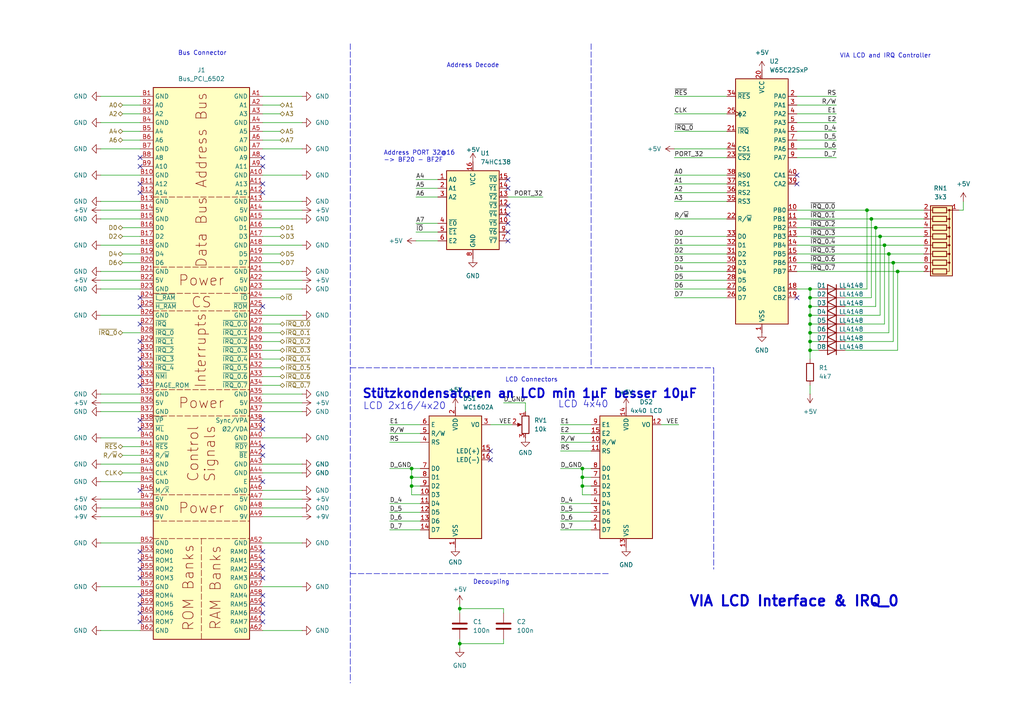
<source format=kicad_sch>
(kicad_sch (version 20231120) (generator "eeschema") (generator_version "8.0")
  (paper "A4")
  (title_block (title "S65xx Computer System") (date "2024-06-30") (rev "1.0") (company "Synthron"))
  (junction (at 168.91 138.43))
  (junction (at 119.38 138.43))
  (junction (at 234.95 88.9))
  (junction (at 133.35 176.53))
  (junction (at 234.95 83.82))
  (junction (at 168.91 135.89))
  (junction (at 234.95 86.36))
  (junction (at 234.95 101.6))
  (junction (at 168.91 140.97))
  (junction (at 257.81 73.66))
  (junction (at 254 66.04))
  (junction (at 234.95 99.06))
  (junction (at 251.46 60.96))
  (junction (at 119.38 140.97))
  (junction (at 133.35 186.69))
  (junction (at 260.35 78.74))
  (junction (at 255.27 68.58))
  (junction (at 259.08 76.2))
  (junction (at 234.95 91.44))
  (junction (at 252.73 63.5))
  (junction (at 234.95 96.52))
  (junction (at 256.54 71.12))
  (junction (at 119.38 135.89))
  (junction (at 234.95 93.98))
  (no_connect (at 76.2 160.02))
  (no_connect (at 76.2 175.26))
  (no_connect (at 76.2 165.1))
  (no_connect (at 40.64 111.76))
  (no_connect (at 40.64 55.88))
  (no_connect (at 40.64 101.6))
  (no_connect (at 76.2 55.88))
  (no_connect (at 231.14 86.36))
  (no_connect (at 76.2 53.34))
  (no_connect (at 40.64 160.02))
  (no_connect (at 40.64 53.34))
  (no_connect (at 40.64 167.64))
  (no_connect (at 40.64 109.22))
  (no_connect (at 147.32 67.31))
  (no_connect (at 76.2 121.92))
  (no_connect (at 40.64 45.72))
  (no_connect (at 76.2 45.72))
  (no_connect (at 40.64 121.92))
  (no_connect (at 231.14 53.34))
  (no_connect (at 76.2 48.26))
  (no_connect (at 76.2 132.08))
  (no_connect (at 40.64 175.26))
  (no_connect (at 40.64 93.98))
  (no_connect (at 142.24 133.35))
  (no_connect (at 147.32 69.85))
  (no_connect (at 40.64 86.36))
  (no_connect (at 40.64 104.14))
  (no_connect (at 76.2 162.56))
  (no_connect (at 231.14 50.8))
  (no_connect (at 40.64 88.9))
  (no_connect (at 76.2 124.46))
  (no_connect (at 147.32 59.69))
  (no_connect (at 40.64 48.26))
  (no_connect (at 147.32 64.77))
  (no_connect (at 76.2 88.9))
  (no_connect (at 76.2 172.72))
  (no_connect (at 76.2 139.7))
  (no_connect (at 147.32 62.23))
  (no_connect (at 40.64 142.24))
  (no_connect (at 76.2 180.34))
  (no_connect (at 40.64 180.34))
  (no_connect (at 40.64 162.56))
  (no_connect (at 40.64 165.1))
  (no_connect (at 76.2 129.54))
  (no_connect (at 40.64 124.46))
  (no_connect (at 40.64 172.72))
  (no_connect (at 147.32 54.61))
  (no_connect (at 40.64 177.8))
  (no_connect (at 142.24 130.81))
  (no_connect (at 147.32 52.07))
  (no_connect (at 40.64 106.68))
  (no_connect (at 76.2 177.8))
  (no_connect (at 76.2 167.64))
  (no_connect (at 40.64 99.06))
  (wire (pts (xy 113.03 146.05) (xy 121.92 146.05)))
  (wire (pts (xy 133.35 186.69) (xy 133.35 187.96)))
  (wire (pts (xy 267.97 73.66) (xy 257.81 73.66)))
  (wire (pts (xy 162.56 153.67) (xy 171.45 153.67)))
  (wire (pts (xy 87.63 78.74) (xy 76.2 78.74)))
  (wire (pts (xy 119.38 143.51) (xy 119.38 140.97)))
  (wire (pts (xy 35.56 76.2) (xy 40.64 76.2)))
  (wire (pts (xy 87.63 116.84) (xy 76.2 116.84)))
  (wire (pts (xy 260.35 78.74) (xy 231.14 78.74)))
  (wire (pts (xy 162.56 135.89) (xy 168.91 135.89)))
  (wire (pts (xy 81.28 99.06) (xy 76.2 99.06)))
  (wire (pts (xy 87.63 142.24) (xy 76.2 142.24)))
  (wire (pts (xy 162.56 146.05) (xy 171.45 146.05)))
  (wire (pts (xy 29.21 157.48) (xy 40.64 157.48)))
  (wire (pts (xy 81.28 68.58) (xy 76.2 68.58)))
  (wire (pts (xy 133.35 185.42) (xy 133.35 186.69)))
  (polyline (pts (xy 101.6 166.37) (xy 176.53 166.37)) (stroke (width 0) (type dash)))
  (wire (pts (xy 87.63 71.12) (xy 76.2 71.12)))
  (wire (pts (xy 168.91 138.43) (xy 171.45 138.43)))
  (wire (pts (xy 120.65 52.07) (xy 127 52.07)))
  (wire (pts (xy 168.91 143.51) (xy 171.45 143.51)))
  (wire (pts (xy 87.63 144.78) (xy 76.2 144.78)))
  (wire (pts (xy 81.28 86.36) (xy 76.2 86.36)))
  (wire (pts (xy 195.58 86.36) (xy 210.82 86.36)))
  (wire (pts (xy 267.97 60.96) (xy 251.46 60.96)))
  (wire (pts (xy 234.95 101.6) (xy 234.95 104.14)))
  (wire (pts (xy 252.73 86.36) (xy 252.73 63.5)))
  (wire (pts (xy 242.57 45.72) (xy 231.14 45.72)))
  (wire (pts (xy 267.97 78.74) (xy 260.35 78.74)))
  (wire (pts (xy 242.57 35.56) (xy 231.14 35.56)))
  (wire (pts (xy 162.56 151.13) (xy 171.45 151.13)))
  (wire (pts (xy 81.28 93.98) (xy 76.2 93.98)))
  (wire (pts (xy 81.28 30.48) (xy 76.2 30.48)))
  (wire (pts (xy 195.58 81.28) (xy 210.82 81.28)))
  (wire (pts (xy 81.28 111.76) (xy 76.2 111.76)))
  (wire (pts (xy 29.21 81.28) (xy 40.64 81.28)))
  (wire (pts (xy 113.03 148.59) (xy 121.92 148.59)))
  (wire (pts (xy 254 66.04) (xy 231.14 66.04)))
  (wire (pts (xy 245.11 101.6) (xy 260.35 101.6)))
  (wire (pts (xy 87.63 182.88) (xy 76.2 182.88)))
  (wire (pts (xy 35.56 96.52) (xy 40.64 96.52)))
  (wire (pts (xy 234.95 88.9) (xy 234.95 86.36)))
  (wire (pts (xy 234.95 91.44) (xy 234.95 88.9)))
  (wire (pts (xy 245.11 83.82) (xy 251.46 83.82)))
  (wire (pts (xy 256.54 93.98) (xy 256.54 71.12)))
  (wire (pts (xy 254 88.9) (xy 254 66.04)))
  (wire (pts (xy 195.58 71.12) (xy 210.82 71.12)))
  (wire (pts (xy 29.21 60.96) (xy 40.64 60.96)))
  (wire (pts (xy 195.58 45.72) (xy 210.82 45.72)))
  (wire (pts (xy 29.21 182.88) (xy 40.64 182.88)))
  (wire (pts (xy 87.63 149.86) (xy 76.2 149.86)))
  (wire (pts (xy 234.95 96.52) (xy 237.49 96.52)))
  (wire (pts (xy 251.46 60.96) (xy 231.14 60.96)))
  (wire (pts (xy 87.63 50.8) (xy 76.2 50.8)))
  (wire (pts (xy 120.65 54.61) (xy 127 54.61)))
  (wire (pts (xy 87.63 83.82) (xy 76.2 83.82)))
  (wire (pts (xy 113.03 151.13) (xy 121.92 151.13)))
  (wire (pts (xy 195.58 58.42) (xy 210.82 58.42)))
  (wire (pts (xy 257.81 73.66) (xy 231.14 73.66)))
  (wire (pts (xy 29.21 114.3) (xy 40.64 114.3)))
  (wire (pts (xy 35.56 129.54) (xy 40.64 129.54)))
  (wire (pts (xy 234.95 83.82) (xy 231.14 83.82)))
  (wire (pts (xy 120.65 57.15) (xy 127 57.15)))
  (wire (pts (xy 81.28 66.04) (xy 76.2 66.04)))
  (wire (pts (xy 245.11 91.44) (xy 255.27 91.44)))
  (wire (pts (xy 119.38 135.89) (xy 121.92 135.89)))
  (wire (pts (xy 168.91 135.89) (xy 171.45 135.89)))
  (wire (pts (xy 234.95 101.6) (xy 234.95 99.06)))
  (wire (pts (xy 35.56 38.1) (xy 40.64 38.1)))
  (wire (pts (xy 81.28 104.14) (xy 76.2 104.14)))
  (wire (pts (xy 234.95 83.82) (xy 237.49 83.82)))
  (wire (pts (xy 81.28 106.68) (xy 76.2 106.68)))
  (wire (pts (xy 146.05 186.69) (xy 133.35 186.69)))
  (wire (pts (xy 87.63 81.28) (xy 76.2 81.28)))
  (wire (pts (xy 81.28 40.64) (xy 76.2 40.64)))
  (wire (pts (xy 234.95 96.52) (xy 234.95 93.98)))
  (wire (pts (xy 234.95 93.98) (xy 237.49 93.98)))
  (wire (pts (xy 152.4 119.38) (xy 152.4 116.84)))
  (wire (pts (xy 195.58 78.74) (xy 210.82 78.74)))
  (wire (pts (xy 113.03 135.89) (xy 119.38 135.89)))
  (wire (pts (xy 87.63 63.5) (xy 76.2 63.5)))
  (wire (pts (xy 29.21 119.38) (xy 40.64 119.38)))
  (wire (pts (xy 87.63 157.48) (xy 76.2 157.48)))
  (wire (pts (xy 245.11 93.98) (xy 256.54 93.98)))
  (wire (pts (xy 35.56 30.48) (xy 40.64 30.48)))
  (wire (pts (xy 256.54 71.12) (xy 231.14 71.12)))
  (wire (pts (xy 242.57 30.48) (xy 231.14 30.48)))
  (wire (pts (xy 195.58 83.82) (xy 210.82 83.82)))
  (wire (pts (xy 29.21 35.56) (xy 40.64 35.56)))
  (wire (pts (xy 267.97 71.12) (xy 256.54 71.12)))
  (wire (pts (xy 168.91 140.97) (xy 168.91 138.43)))
  (wire (pts (xy 81.28 76.2) (xy 76.2 76.2)))
  (wire (pts (xy 35.56 40.64) (xy 40.64 40.64)))
  (wire (pts (xy 119.38 140.97) (xy 119.38 138.43)))
  (polyline (pts (xy 101.6 106.68) (xy 207.01 106.68)) (stroke (width 0) (type dash)))
  (wire (pts (xy 35.56 73.66) (xy 40.64 73.66)))
  (wire (pts (xy 195.58 55.88) (xy 210.82 55.88)))
  (wire (pts (xy 242.57 27.94) (xy 231.14 27.94)))
  (wire (pts (xy 87.63 27.94) (xy 76.2 27.94)))
  (wire (pts (xy 259.08 99.06) (xy 259.08 76.2)))
  (polyline (pts (xy 207.01 106.68) (xy 207.01 125.73)) (stroke (width 0) (type dash)))
  (wire (pts (xy 87.63 147.32) (xy 76.2 147.32)))
  (wire (pts (xy 119.38 140.97) (xy 121.92 140.97)))
  (wire (pts (xy 87.63 43.18) (xy 76.2 43.18)))
  (wire (pts (xy 195.58 38.1) (xy 210.82 38.1)))
  (wire (pts (xy 245.11 88.9) (xy 254 88.9)))
  (wire (pts (xy 119.38 138.43) (xy 119.38 135.89)))
  (wire (pts (xy 81.28 73.66) (xy 76.2 73.66)))
  (wire (pts (xy 29.21 144.78) (xy 40.64 144.78)))
  (wire (pts (xy 242.57 33.02) (xy 231.14 33.02)))
  (wire (pts (xy 162.56 123.19) (xy 171.45 123.19)))
  (wire (pts (xy 87.63 60.96) (xy 76.2 60.96)))
  (wire (pts (xy 81.28 101.6) (xy 76.2 101.6)))
  (wire (pts (xy 191.77 123.19) (xy 196.85 123.19)))
  (wire (pts (xy 162.56 125.73) (xy 171.45 125.73)))
  (wire (pts (xy 195.58 63.5) (xy 210.82 63.5)))
  (wire (pts (xy 168.91 140.97) (xy 171.45 140.97)))
  (wire (pts (xy 87.63 114.3) (xy 76.2 114.3)))
  (wire (pts (xy 35.56 66.04) (xy 40.64 66.04)))
  (wire (pts (xy 146.05 116.84) (xy 152.4 116.84)))
  (wire (pts (xy 29.21 116.84) (xy 40.64 116.84)))
  (wire (pts (xy 35.56 33.02) (xy 40.64 33.02)))
  (wire (pts (xy 29.21 139.7) (xy 40.64 139.7)))
  (wire (pts (xy 245.11 86.36) (xy 252.73 86.36)))
  (wire (pts (xy 119.38 143.51) (xy 121.92 143.51)))
  (wire (pts (xy 234.95 93.98) (xy 234.95 91.44)))
  (wire (pts (xy 242.57 43.18) (xy 231.14 43.18)))
  (wire (pts (xy 245.11 96.52) (xy 257.81 96.52)))
  (wire (pts (xy 120.65 64.77) (xy 127 64.77)))
  (wire (pts (xy 146.05 177.8) (xy 146.05 176.53)))
  (wire (pts (xy 29.21 91.44) (xy 40.64 91.44)))
  (wire (pts (xy 142.24 123.19) (xy 148.59 123.19)))
  (wire (pts (xy 87.63 35.56) (xy 76.2 35.56)))
  (wire (pts (xy 255.27 91.44) (xy 255.27 68.58)))
  (wire (pts (xy 237.49 101.6) (xy 234.95 101.6)))
  (wire (pts (xy 113.03 153.67) (xy 121.92 153.67)))
  (wire (pts (xy 81.28 38.1) (xy 76.2 38.1)))
  (wire (pts (xy 133.35 176.53) (xy 133.35 177.8)))
  (wire (pts (xy 162.56 148.59) (xy 171.45 148.59)))
  (wire (pts (xy 257.81 96.52) (xy 257.81 73.66)))
  (wire (pts (xy 279.4 60.96) (xy 278.13 60.96)))
  (wire (pts (xy 251.46 83.82) (xy 251.46 60.96)))
  (wire (pts (xy 35.56 68.58) (xy 40.64 68.58)))
  (wire (pts (xy 162.56 130.81) (xy 171.45 130.81)))
  (wire (pts (xy 168.91 138.43) (xy 168.91 135.89)))
  (wire (pts (xy 267.97 76.2) (xy 259.08 76.2)))
  (wire (pts (xy 195.58 43.18) (xy 210.82 43.18)))
  (wire (pts (xy 195.58 53.34) (xy 210.82 53.34)))
  (wire (pts (xy 29.21 170.18) (xy 40.64 170.18)))
  (wire (pts (xy 29.21 147.32) (xy 40.64 147.32)))
  (wire (pts (xy 146.05 176.53) (xy 133.35 176.53)))
  (wire (pts (xy 113.03 125.73) (xy 121.92 125.73)))
  (wire (pts (xy 195.58 50.8) (xy 210.82 50.8)))
  (wire (pts (xy 29.21 43.18) (xy 40.64 43.18)))
  (wire (pts (xy 29.21 63.5) (xy 40.64 63.5)))
  (wire (pts (xy 234.95 111.76) (xy 234.95 114.3)))
  (wire (pts (xy 195.58 73.66) (xy 210.82 73.66)))
  (wire (pts (xy 195.58 76.2) (xy 210.82 76.2)))
  (wire (pts (xy 234.95 86.36) (xy 234.95 83.82)))
  (wire (pts (xy 29.21 134.62) (xy 40.64 134.62)))
  (wire (pts (xy 195.58 27.94) (xy 210.82 27.94)))
  (polyline (pts (xy 207.01 125.73) (xy 207.01 165.1)) (stroke (width 0) (type dash)))
  (wire (pts (xy 113.03 128.27) (xy 121.92 128.27)))
  (wire (pts (xy 120.65 69.85) (xy 127 69.85)))
  (wire (pts (xy 87.63 91.44) (xy 76.2 91.44)))
  (wire (pts (xy 29.21 83.82) (xy 40.64 83.82)))
  (wire (pts (xy 87.63 119.38) (xy 76.2 119.38)))
  (wire (pts (xy 259.08 76.2) (xy 231.14 76.2)))
  (wire (pts (xy 267.97 66.04) (xy 254 66.04)))
  (wire (pts (xy 119.38 138.43) (xy 121.92 138.43)))
  (wire (pts (xy 260.35 101.6) (xy 260.35 78.74)))
  (wire (pts (xy 195.58 68.58) (xy 210.82 68.58)))
  (wire (pts (xy 234.95 99.06) (xy 234.95 96.52)))
  (wire (pts (xy 29.21 27.94) (xy 40.64 27.94)))
  (polyline (pts (xy 171.45 12.7) (xy 171.45 106.68)) (stroke (width 0) (type dash)))
  (wire (pts (xy 29.21 149.86) (xy 40.64 149.86)))
  (wire (pts (xy 29.21 58.42) (xy 40.64 58.42)))
  (wire (pts (xy 87.63 134.62) (xy 76.2 134.62)))
  (wire (pts (xy 113.03 123.19) (xy 121.92 123.19)))
  (wire (pts (xy 35.56 132.08) (xy 40.64 132.08)))
  (wire (pts (xy 255.27 68.58) (xy 231.14 68.58)))
  (wire (pts (xy 279.4 58.42) (xy 279.4 60.96)))
  (wire (pts (xy 245.11 99.06) (xy 259.08 99.06)))
  (wire (pts (xy 242.57 38.1) (xy 231.14 38.1)))
  (wire (pts (xy 162.56 128.27) (xy 171.45 128.27)))
  (wire (pts (xy 147.32 57.15) (xy 157.48 57.15)))
  (wire (pts (xy 146.05 185.42) (xy 146.05 186.69)))
  (wire (pts (xy 35.56 137.16) (xy 40.64 137.16)))
  (wire (pts (xy 87.63 137.16) (xy 76.2 137.16)))
  (wire (pts (xy 81.28 96.52) (xy 76.2 96.52)))
  (wire (pts (xy 87.63 58.42) (xy 76.2 58.42)))
  (wire (pts (xy 81.28 33.02) (xy 76.2 33.02)))
  (wire (pts (xy 267.97 63.5) (xy 252.73 63.5)))
  (wire (pts (xy 242.57 40.64) (xy 231.14 40.64)))
  (wire (pts (xy 234.95 88.9) (xy 237.49 88.9)))
  (wire (pts (xy 29.21 78.74) (xy 40.64 78.74)))
  (wire (pts (xy 81.28 109.22) (xy 76.2 109.22)))
  (wire (pts (xy 29.21 127) (xy 40.64 127)))
  (wire (pts (xy 195.58 33.02) (xy 210.82 33.02)))
  (wire (pts (xy 234.95 99.06) (xy 237.49 99.06)))
  (wire (pts (xy 168.91 143.51) (xy 168.91 140.97)))
  (wire (pts (xy 87.63 127) (xy 76.2 127)))
  (wire (pts (xy 252.73 63.5) (xy 231.14 63.5)))
  (wire (pts (xy 29.21 50.8) (xy 40.64 50.8)))
  (wire (pts (xy 29.21 71.12) (xy 40.64 71.12)))
  (wire (pts (xy 234.95 91.44) (xy 237.49 91.44)))
  (wire (pts (xy 87.63 170.18) (xy 76.2 170.18)))
  (wire (pts (xy 234.95 86.36) (xy 237.49 86.36)))
  (wire (pts (xy 267.97 68.58) (xy 255.27 68.58)))
  (wire (pts (xy 133.35 175.26) (xy 133.35 176.53)))
  (wire (pts (xy 120.65 67.31) (xy 127 67.31)))
  (polyline (pts (xy 101.6 12.7) (xy 101.6 198.12)) (stroke (width 0) (type dash)))
  (text "VIA LCD Interface & IRQ_0" (at 230.378 174.498 0) (effects (font (size 3 3) (thickness 0.6) (bold yes))))
  (text "LCD 4x40" (at 169.164 117.348 0) (effects (font (size 2 2))))
  (text "VIA LCD and IRQ Controller" (at 256.794 16.256 0) (effects (font (size 1.27 1.27))))
  (text "Decoupling" (at 142.494 168.91 0) (effects (font (size 1.27 1.27))))
  (text "LCD 2x16/4x20" (at 117.348 117.856 0) (effects (font (size 2 2))))
  (text "Bus Connector" (at 58.674 15.494 0) (effects (font (size 1.27 1.27))))
  (text "LCD Connectors" (at 154.178 110.236 0) (effects (font (size 1.27 1.27))))
  (text "Stützkondensatoren an LCD min 1µF besser 10µF" (at 153.67 114.3 0) (effects (font (size 2.54 2.54) (thickness 0.508) (bold yes))))
  (text "Address PORT 32@16 \n-> BF20 - BF2F" (at 111.252 45.466 0) (effects (font (size 1.27 1.27)) (justify left)))
  (text "Address Decode" (at 137.16 19.05 0) (effects (font (size 1.27 1.27))))
  (label "A7" (at 120.65 64.77 0))
  (label "R{slash}W" (at 242.57 30.48 180))
  (label "A3" (at 195.58 58.42 0))
  (label "VEE" (at 196.85 123.19 180))
  (label "D_4" (at 113.03 146.05 0))
  (label "R{slash}~{W}" (at 195.58 63.5 0))
  (label "D_5" (at 242.57 40.64 180))
  (label "~{IRQ_0.3}" (at 234.95 68.58 0))
  (label "RS" (at 162.56 130.81 0))
  (label "R{slash}W" (at 162.56 128.27 0))
  (label "CLK" (at 195.58 33.02 0))
  (label "D_GND" (at 146.05 116.84 0))
  (label "~{IRQ_0.7}" (at 234.95 78.74 0))
  (label "~{IRQ_0}" (at 195.58 38.1 0))
  (label "~{IRQ_0.0}" (at 234.95 60.96 0))
  (label "~{IRQ_0.6}" (at 234.95 76.2 0))
  (label "E1" (at 242.57 33.02 180))
  (label "D6" (at 195.58 83.82 0))
  (label "D0" (at 195.58 68.58 0))
  (label "D_6" (at 162.56 151.13 0))
  (label "D2" (at 195.58 73.66 0))
  (label "RS" (at 113.03 128.27 0))
  (label "D_6" (at 242.57 43.18 180))
  (label "D_5" (at 162.56 148.59 0))
  (label "D5" (at 195.58 81.28 0))
  (label "D_4" (at 242.57 38.1 180))
  (label "E2" (at 242.57 35.56 180))
  (label "E1" (at 162.56 123.19 0))
  (label "D_6" (at 113.03 151.13 0))
  (label "PORT_32" (at 157.48 57.15 180))
  (label "~{IRQ_0.5}" (at 234.95 73.66 0))
  (label "~{IRQ_0.1}" (at 234.95 63.5 0))
  (label "E2" (at 162.56 125.73 0))
  (label "A4" (at 120.65 52.07 0))
  (label "VEE" (at 144.78 123.19 0))
  (label "D3" (at 195.58 76.2 0))
  (label "A1" (at 195.58 53.34 0))
  (label "D_5" (at 113.03 148.59 0))
  (label "PORT_32" (at 195.58 45.72 0))
  (label "R{slash}W" (at 113.03 125.73 0))
  (label "A6" (at 120.65 57.15 0))
  (label "A5" (at 120.65 54.61 0))
  (label "D_7" (at 113.03 153.67 0))
  (label "A2" (at 195.58 55.88 0))
  (label "~{RES}" (at 195.58 27.94 0))
  (label "RS" (at 242.57 27.94 180))
  (label "D_7" (at 162.56 153.67 0))
  (label "D_GND" (at 113.03 135.89 0))
  (label "D_GND" (at 162.56 135.89 0))
  (label "D7" (at 195.58 86.36 0))
  (label "E1" (at 113.03 123.19 0))
  (label "D_4" (at 162.56 146.05 0))
  (label "A0" (at 195.58 50.8 0))
  (label "D4" (at 195.58 78.74 0))
  (label "D_7" (at 242.57 45.72 180))
  (label "D1" (at 195.58 71.12 0))
  (label "~{IRQ_0.4}" (at 234.95 71.12 0))
  (label "~{IRQ_0.2}" (at 234.95 66.04 0))
  (label "~{IO}" (at 120.65 67.31 0))
  (hierarchical_label "~{IRQ_0.5}" (shape bidirectional) (at 81.28 106.68 0))
  (hierarchical_label "A2" (shape bidirectional) (at 35.56 33.02 180))
  (hierarchical_label "A6" (shape bidirectional) (at 35.56 40.64 180))
  (hierarchical_label "~{IRQ_0.2}" (shape bidirectional) (at 81.28 99.06 0))
  (hierarchical_label "D3" (shape bidirectional) (at 81.28 68.58 0))
  (hierarchical_label "R{slash}~{W}" (shape bidirectional) (at 35.56 132.08 180))
  (hierarchical_label "A1" (shape bidirectional) (at 81.28 30.48 0))
  (hierarchical_label "~{IRQ_0.7}" (shape bidirectional) (at 81.28 111.76 0))
  (hierarchical_label "~{IRQ_0.4}" (shape bidirectional) (at 81.28 104.14 0))
  (hierarchical_label "~{RES}" (shape bidirectional) (at 35.56 129.54 180))
  (hierarchical_label "D0" (shape bidirectional) (at 35.56 66.04 180))
  (hierarchical_label "~{IRQ_0.0}" (shape bidirectional) (at 81.28 93.98 0))
  (hierarchical_label "~{IRQ_0.6}" (shape bidirectional) (at 81.28 109.22 0))
  (hierarchical_label "~{IO}" (shape bidirectional) (at 81.28 86.36 0))
  (hierarchical_label "D2" (shape bidirectional) (at 35.56 68.58 180))
  (hierarchical_label "CLK" (shape bidirectional) (at 35.56 137.16 180))
  (hierarchical_label "A3" (shape bidirectional) (at 81.28 33.02 0))
  (hierarchical_label "~{IRQ_0.1}" (shape bidirectional) (at 81.28 96.52 0))
  (hierarchical_label "A5" (shape bidirectional) (at 81.28 38.1 0))
  (hierarchical_label "~{IRQ_0}" (shape bidirectional) (at 35.56 96.52 180))
  (hierarchical_label "A4" (shape bidirectional) (at 35.56 38.1 180))
  (hierarchical_label "~{IRQ_0.3}" (shape bidirectional) (at 81.28 101.6 0))
  (hierarchical_label "D1" (shape bidirectional) (at 81.28 66.04 0))
  (hierarchical_label "A0" (shape bidirectional) (at 35.56 30.48 180))
  (hierarchical_label "D7" (shape bidirectional) (at 81.28 76.2 0))
  (hierarchical_label "D4" (shape bidirectional) (at 35.56 73.66 180))
  (hierarchical_label "A7" (shape bidirectional) (at 81.28 40.64 0))
  (hierarchical_label "D6" (shape bidirectional) (at 35.56 76.2 180))
  (hierarchical_label "D5" (shape bidirectional) (at 81.28 73.66 0))
  (symbol (lib_id "power:GND") (at 29.21 139.7 270) (unit 1)
    (property "Reference" "#PWR047" (effects (hide yes)))
    (property "Value" "GND" (at 25.4 139.6999 90) (effects (justify right)))
    (property "Description" "Power symbol creates a global label with name \"GND\" , ground" (effects (hide yes)))
  )
  (symbol (lib_id "Diode:LL4148") (at 241.3 91.44 0) (mirror y) (unit 1)
    (property "Reference" "D4" (at 238.252 90.424 0))
    (property "Value" "LL4148" (at 246.888 90.424 0))
    (property "Footprint" "Diode_SMD:D_MiniMELF" (effects (hide yes)))
    (property "Datasheet" "http://www.vishay.com/docs/85557/ll4148.pdf" (effects (hide yes)))
    (property "Description" "100V 0.15A standard switching diode, MiniMELF" (effects (hide yes)))
    (property "Sim.Device" "D" (effects (hide yes)))
    (property "Sim.Pins" "1=K 2=A" (effects (hide yes)))
  )
  (symbol (lib_id "Diode:LL4148") (at 241.3 99.06 0) (mirror y) (unit 1)
    (property "Reference" "D7" (at 238.252 98.044 0))
    (property "Value" "LL4148" (at 246.888 98.044 0))
    (property "Footprint" "Diode_SMD:D_MiniMELF" (effects (hide yes)))
    (property "Datasheet" "http://www.vishay.com/docs/85557/ll4148.pdf" (effects (hide yes)))
    (property "Description" "100V 0.15A standard switching diode, MiniMELF" (effects (hide yes)))
    (property "Sim.Device" "D" (effects (hide yes)))
    (property "Sim.Pins" "1=K 2=A" (effects (hide yes)))
  )
  (symbol (lib_id "power:+5V") (at 87.63 144.78 270) (mirror x) (unit 1)
    (property "Reference" "#PWR051" (effects (hide yes)))
    (property "Value" "+5V" (at 91.44 144.7799 90) (effects (justify left)))
    (property "Description" "Power symbol creates a global label with name \"+5V\"" (effects (hide yes)))
  )
  (symbol (lib_id "power:GND") (at 87.63 43.18 90) (mirror x) (unit 1)
    (property "Reference" "#PWR08" (effects (hide yes)))
    (property "Value" "GND" (at 91.44 43.1799 90) (effects (justify right)))
    (property "Description" "Power symbol creates a global label with name \"GND\" , ground" (effects (hide yes)))
  )
  (symbol (lib_id "6502:4x40 LCD") (at 181.61 138.43 0) (unit 1)
    (property "Reference" "DS2" (at 187.452 116.586 0))
    (property "Value" "4x40 LCD" (at 187.452 119.126 0))
    (property "Footprint" "Connector_PinHeader_2.54mm:PinHeader_2x08_P2.54mm_Vertical" (effects (hide yes)))
    (property "Datasheet" "https://cdn-reichelt.de/documents/datenblatt/A500/EAW404B-NLW%23EAS.pdf" (effects (hide yes)))
    (property "Description" "LCD 40x4 Alphanumeric , 8 bit parallel bus, 5V VDD" (effects (hide yes)))
  )
  (symbol (lib_id "power:GND") (at 29.21 127 270) (unit 1)
    (property "Reference" "#PWR042" (effects (hide yes)))
    (property "Value" "GND" (at 25.4 126.9999 90) (effects (justify right)))
    (property "Description" "Power symbol creates a global label with name \"GND\" , ground" (effects (hide yes)))
  )
  (symbol (lib_id "power:GND") (at 132.08 158.75 0) (unit 1)
    (property "Reference" "#PWR056" (effects (hide yes)))
    (property "Value" "GND" (at 132.08 163.068 0))
    (property "Description" "Power symbol creates a global label with name \"GND\" , ground" (effects (hide yes)))
  )
  (symbol (lib_id "power:GND") (at 133.35 187.96 0) (unit 1)
    (property "Reference" "#PWR058" (effects (hide yes)))
    (property "Value" "GND" (at 133.35 193.04 0))
    (property "Description" "Power symbol creates a global label with name \"GND\" , ground" (effects (hide yes)))
  )
  (symbol (lib_id "power:GND") (at 87.63 78.74 90) (mirror x) (unit 1)
    (property "Reference" "#PWR024" (effects (hide yes)))
    (property "Value" "GND" (at 91.44 78.7399 90) (effects (justify right)))
    (property "Description" "Power symbol creates a global label with name \"GND\" , ground" (effects (hide yes)))
  )
  (symbol (lib_id "power:GND") (at 87.63 35.56 90) (mirror x) (unit 1)
    (property "Reference" "#PWR05" (effects (hide yes)))
    (property "Value" "GND" (at 91.44 35.5599 90) (effects (justify right)))
    (property "Description" "Power symbol creates a global label with name \"GND\" , ground" (effects (hide yes)))
  )
  (symbol (lib_id "power:+5V") (at 29.21 144.78 90) (unit 1)
    (property "Reference" "#PWR050" (effects (hide yes)))
    (property "Value" "+5V" (at 25.4 144.7799 90) (effects (justify left)))
    (property "Description" "Power symbol creates a global label with name \"+5V\"" (effects (hide yes)))
  )
  (symbol (lib_id "power:GND") (at 29.21 182.88 270) (unit 1)
    (property "Reference" "#PWR063" (effects (hide yes)))
    (property "Value" "GND" (at 25.4 182.8799 90) (effects (justify right)))
    (property "Description" "Power symbol creates a global label with name \"GND\" , ground" (effects (hide yes)))
  )
  (symbol (lib_id "power:+5V") (at 120.65 69.85 90) (unit 1)
    (property "Reference" "#PWR016" (effects (hide yes)))
    (property "Value" "+5V" (at 116.84 69.8499 90) (effects (justify left)))
    (property "Description" "Power symbol creates a global label with name \"+5V\"" (effects (hide yes)))
  )
  (symbol (lib_id "power:+5V") (at 29.21 60.96 90) (unit 1)
    (property "Reference" "#PWR014" (effects (hide yes)))
    (property "Value" "+5V" (at 25.4 60.9599 90) (effects (justify left)))
    (property "Description" "Power symbol creates a global label with name \"+5V\"" (effects (hide yes)))
  )
  (symbol (lib_id "6502:Bus_PCI_6502") (at 58.42 104.14 0) (unit 1)
    (property "Reference" "J1" (at 58.42 20.32 0))
    (property "Value" "Bus_PCI_6502" (at 58.42 22.86 0))
    (property "Footprint" "Connector_PCBEdge:BUS_PCI" (effects (hide yes)))
    (property "Datasheet" "http://pinouts.ru/Slots/PCI_pinout.shtml" (effects (hide yes)))
    (property "Description" "PCI bus connector for 5V cards" (effects (hide yes)))
  )
  (symbol (lib_id "Device:R_Network08") (at 273.05 71.12 270) (unit 1)
    (property "Reference" "RN1" (at 272.796 54.61 90))
    (property "Value" "3k3" (at 272.796 57.15 90))
    (property "Footprint" "Resistor_THT:R_Array_SIP9" (effects (hide yes)))
    (property "Datasheet" "http://www.vishay.com/docs/31509/csc.pdf" (effects (hide yes)))
    (property "Description" "8 resistor network, star topology, bussed resistors, small symbol" (effects (hide yes)))
  )
  (symbol (lib_id "power:GND") (at 29.21 43.18 270) (unit 1)
    (property "Reference" "#PWR07" (effects (hide yes)))
    (property "Value" "GND" (at 25.4 43.1799 90) (effects (justify right)))
    (property "Description" "Power symbol creates a global label with name \"GND\" , ground" (effects (hide yes)))
  )
  (symbol (lib_id "power:GND") (at 87.63 137.16 90) (mirror x) (unit 1)
    (property "Reference" "#PWR046" (effects (hide yes)))
    (property "Value" "GND" (at 91.44 137.1599 90) (effects (justify right)))
    (property "Description" "Power symbol creates a global label with name \"GND\" , ground" (effects (hide yes)))
  )
  (symbol (lib_id "power:GND") (at 29.21 35.56 270) (unit 1)
    (property "Reference" "#PWR04" (effects (hide yes)))
    (property "Value" "GND" (at 25.4 35.5599 90) (effects (justify right)))
    (property "Description" "Power symbol creates a global label with name \"GND\" , ground" (effects (hide yes)))
  )
  (symbol (lib_id "Device:C") (at 133.35 181.61 0) (unit 1)
    (property "Reference" "C1" (at 137.16 180.3399 0) (effects (justify left)))
    (property "Value" "100n" (at 137.16 182.8799 0) (effects (justify left)))
    (property "Footprint" "Capacitor_SMD:C_0805_2012Metric" (effects (hide yes)))
    (property "Description" "Unpolarized capacitor" (effects (hide yes)))
  )
  (symbol (lib_id "power:GND") (at 87.63 50.8 90) (mirror x) (unit 1)
    (property "Reference" "#PWR011" (effects (hide yes)))
    (property "Value" "GND" (at 91.44 50.7999 90) (effects (justify right)))
    (property "Description" "Power symbol creates a global label with name \"GND\" , ground" (effects (hide yes)))
  )
  (symbol (lib_id "power:GND") (at 87.63 114.3 90) (mirror x) (unit 1)
    (property "Reference" "#PWR033" (effects (hide yes)))
    (property "Value" "GND" (at 91.44 114.2999 90) (effects (justify right)))
    (property "Description" "Power symbol creates a global label with name \"GND\" , ground" (effects (hide yes)))
  )
  (symbol (lib_id "power:GND") (at 87.63 170.18 90) (unit 1)
    (property "Reference" "#PWR062" (effects (hide yes)))
    (property "Value" "GND" (at 91.44 170.1801 90) (effects (justify right)))
    (property "Description" "Power symbol creates a global label with name \"GND\" , ground" (effects (hide yes)))
  )
  (symbol (lib_id "Diode:LL4148") (at 241.3 101.6 0) (mirror y) (unit 1)
    (property "Reference" "D8" (at 238.252 100.584 0))
    (property "Value" "LL4148" (at 246.888 100.584 0))
    (property "Footprint" "Diode_SMD:D_MiniMELF" (effects (hide yes)))
    (property "Datasheet" "http://www.vishay.com/docs/85557/ll4148.pdf" (effects (hide yes)))
    (property "Description" "100V 0.15A standard switching diode, MiniMELF" (effects (hide yes)))
    (property "Sim.Device" "D" (effects (hide yes)))
    (property "Sim.Pins" "1=K 2=A" (effects (hide yes)))
  )
  (symbol (lib_id "power:+5V") (at 137.16 46.99 0) (mirror y) (unit 1)
    (property "Reference" "#PWR06" (effects (hide yes)))
    (property "Value" "+5V" (at 137.16 43.434 0))
    (property "Description" "Power symbol creates a global label with name \"+5V\"" (effects (hide yes)))
  )
  (symbol (lib_id "power:GND") (at 29.21 27.94 270) (unit 1)
    (property "Reference" "#PWR02" (effects (hide yes)))
    (property "Value" "GND" (at 25.4 27.9399 90) (effects (justify right)))
    (property "Description" "Power symbol creates a global label with name \"GND\" , ground" (effects (hide yes)))
  )
  (symbol (lib_id "Display_Character:WC1602A") (at 132.08 138.43 0) (unit 1)
    (property "Reference" "DS1" (at 134.2741 115.57 0) (effects (justify left)))
    (property "Value" "WC1602A" (at 134.2741 118.11 0) (effects (justify left)))
    (property "Footprint" "Connector_PinHeader_2.54mm:PinHeader_1x16_P2.54mm_Vertical" (effects (hide yes)))
    (property "Datasheet" "http://www.wincomlcd.com/pdf/WC1602A-SFYLYHTC06.pdf" (effects (hide yes)))
    (property "Description" "LCD 16x2 Alphanumeric , 8 bit parallel bus, 5V VDD" (effects (hide yes)))
  )
  (symbol (lib_id "power:GND") (at 87.63 134.62 90) (mirror x) (unit 1)
    (property "Reference" "#PWR045" (effects (hide yes)))
    (property "Value" "GND" (at 91.44 134.6199 90) (effects (justify right)))
    (property "Description" "Power symbol creates a global label with name \"GND\" , ground" (effects (hide yes)))
  )
  (symbol (lib_id "power:GND") (at 87.63 63.5 90) (mirror x) (unit 1)
    (property "Reference" "#PWR019" (effects (hide yes)))
    (property "Value" "GND" (at 91.44 63.4999 90) (effects (justify right)))
    (property "Description" "Power symbol creates a global label with name \"GND\" , ground" (effects (hide yes)))
  )
  (symbol (lib_id "74xx:74HC138") (at 137.16 62.23 0) (unit 1)
    (property "Reference" "U1" (at 139.3541 44.45 0) (effects (justify left)))
    (property "Value" "74HC138" (at 139.3541 46.99 0) (effects (justify left)))
    (property "Footprint" "Package_DIP:DIP-16_W7.62mm" (effects (hide yes)))
    (property "Datasheet" "http://www.ti.com/lit/ds/symlink/cd74hc238.pdf" (effects (hide yes)))
    (property "Description" "3-to-8 line decoder/multiplexer inverting, DIP-16/SOIC-16/SSOP-16" (effects (hide yes)))
  )
  (symbol (lib_id "power:+5V") (at 132.08 118.11 0) (unit 1)
    (property "Reference" "#PWR034" (effects (hide yes)))
    (property "Value" "+5V" (at 132.08 113.03 0))
    (property "Description" "Power symbol creates a global label with name \"+5V\"" (effects (hide yes)))
  )
  (symbol (lib_id "power:GND") (at 87.63 27.94 90) (mirror x) (unit 1)
    (property "Reference" "#PWR03" (effects (hide yes)))
    (property "Value" "GND" (at 91.44 27.9399 90) (effects (justify right)))
    (property "Description" "Power symbol creates a global label with name \"GND\" , ground" (effects (hide yes)))
  )
  (symbol (lib_id "Diode:LL4148") (at 241.3 93.98 0) (mirror y) (unit 1)
    (property "Reference" "D5" (at 238.252 92.964 0))
    (property "Value" "LL4148" (at 246.888 92.964 0))
    (property "Footprint" "Diode_SMD:D_MiniMELF" (effects (hide yes)))
    (property "Datasheet" "http://www.vishay.com/docs/85557/ll4148.pdf" (effects (hide yes)))
    (property "Description" "100V 0.15A standard switching diode, MiniMELF" (effects (hide yes)))
    (property "Sim.Device" "D" (effects (hide yes)))
    (property "Sim.Pins" "1=K 2=A" (effects (hide yes)))
  )
  (symbol (lib_id "power:+5V") (at 87.63 81.28 270) (mirror x) (unit 1)
    (property "Reference" "#PWR026" (effects (hide yes)))
    (property "Value" "+5V" (at 91.44 81.2799 90) (effects (justify left)))
    (property "Description" "Power symbol creates a global label with name \"+5V\"" (effects (hide yes)))
  )
  (symbol (lib_id "Diode:LL4148") (at 241.3 96.52 0) (mirror y) (unit 1)
    (property "Reference" "D6" (at 238.252 95.504 0))
    (property "Value" "LL4148" (at 246.888 95.504 0))
    (property "Footprint" "Diode_SMD:D_MiniMELF" (effects (hide yes)))
    (property "Datasheet" "http://www.vishay.com/docs/85557/ll4148.pdf" (effects (hide yes)))
    (property "Description" "100V 0.15A standard switching diode, MiniMELF" (effects (hide yes)))
    (property "Sim.Device" "D" (effects (hide yes)))
    (property "Sim.Pins" "1=K 2=A" (effects (hide yes)))
  )
  (symbol (lib_id "power:GND") (at 137.16 74.93 0) (mirror y) (unit 1)
    (property "Reference" "#PWR020" (effects (hide yes)))
    (property "Value" "GND" (at 137.16 80.01 0))
    (property "Description" "Power symbol creates a global label with name \"GND\" , ground" (effects (hide yes)))
  )
  (symbol (lib_id "power:GND") (at 29.21 157.48 270) (unit 1)
    (property "Reference" "#PWR059" (effects (hide yes)))
    (property "Value" "GND" (at 25.4 157.4799 90) (effects (justify right)))
    (property "Description" "Power symbol creates a global label with name \"GND\" , ground" (effects (hide yes)))
  )
  (symbol (lib_id "power:GND") (at 29.21 119.38 270) (unit 1)
    (property "Reference" "#PWR039" (effects (hide yes)))
    (property "Value" "GND" (at 25.4 119.3799 90) (effects (justify right)))
    (property "Description" "Power symbol creates a global label with name \"GND\" , ground" (effects (hide yes)))
  )
  (symbol (lib_id "power:+9V") (at 29.21 149.86 90) (unit 1)
    (property "Reference" "#PWR054" (effects (hide yes)))
    (property "Value" "+9V" (at 25.4 149.8599 90) (effects (justify left)))
    (property "Description" "Power symbol creates a global label with name \"+9V\"" (effects (hide yes)))
  )
  (symbol (lib_id "power:GND") (at 152.4 127 0) (unit 1)
    (property "Reference" "#PWR041" (effects (hide yes)))
    (property "Value" "GND" (at 152.4 131.318 0))
    (property "Description" "Power symbol creates a global label with name \"GND\" , ground" (effects (hide yes)))
  )
  (symbol (lib_id "power:GND") (at 29.21 114.3 270) (unit 1)
    (property "Reference" "#PWR032" (effects (hide yes)))
    (property "Value" "GND" (at 25.4 114.2999 90) (effects (justify right)))
    (property "Description" "Power symbol creates a global label with name \"GND\" , ground" (effects (hide yes)))
  )
  (symbol (lib_id "power:GND") (at 29.21 83.82 270) (unit 1)
    (property "Reference" "#PWR027" (effects (hide yes)))
    (property "Value" "GND" (at 25.4 83.8199 90) (effects (justify right)))
    (property "Description" "Power symbol creates a global label with name \"GND\" , ground" (effects (hide yes)))
  )
  (symbol (lib_id "Diode:LL4148") (at 241.3 86.36 0) (mirror y) (unit 1)
    (property "Reference" "D2" (at 238.252 85.344 0))
    (property "Value" "LL4148" (at 246.888 85.344 0))
    (property "Footprint" "Diode_SMD:D_MiniMELF" (effects (hide yes)))
    (property "Datasheet" "http://www.vishay.com/docs/85557/ll4148.pdf" (effects (hide yes)))
    (property "Description" "100V 0.15A standard switching diode, MiniMELF" (effects (hide yes)))
    (property "Sim.Device" "D" (effects (hide yes)))
    (property "Sim.Pins" "1=K 2=A" (effects (hide yes)))
  )
  (symbol (lib_id "power:GND") (at 87.63 58.42 90) (mirror x) (unit 1)
    (property "Reference" "#PWR013" (effects (hide yes)))
    (property "Value" "GND" (at 91.44 58.4199 90) (effects (justify right)))
    (property "Description" "Power symbol creates a global label with name \"GND\" , ground" (effects (hide yes)))
  )
  (symbol (lib_id "power:GND") (at 87.63 147.32 90) (mirror x) (unit 1)
    (property "Reference" "#PWR053" (effects (hide yes)))
    (property "Value" "GND" (at 91.44 147.3199 90) (effects (justify right)))
    (property "Description" "Power symbol creates a global label with name \"GND\" , ground" (effects (hide yes)))
  )
  (symbol (lib_id "power:+5V") (at 29.21 116.84 90) (unit 1)
    (property "Reference" "#PWR036" (effects (hide yes)))
    (property "Value" "+5V" (at 25.4 116.8399 90) (effects (justify left)))
    (property "Description" "Power symbol creates a global label with name \"+5V\"" (effects (hide yes)))
  )
  (symbol (lib_id "Device:C") (at 146.05 181.61 0) (unit 1)
    (property "Reference" "C2" (at 149.86 180.3399 0) (effects (justify left)))
    (property "Value" "100n" (at 149.86 182.8799 0) (effects (justify left)))
    (property "Footprint" "Capacitor_SMD:C_0805_2012Metric" (effects (hide yes)))
    (property "Description" "Unpolarized capacitor" (effects (hide yes)))
  )
  (symbol (lib_id "power:GND") (at 220.98 96.52 0) (unit 1)
    (property "Reference" "#PWR031" (effects (hide yes)))
    (property "Value" "GND" (at 220.98 101.6 0))
    (property "Description" "Power symbol creates a global label with name \"GND\" , ground" (effects (hide yes)))
  )
  (symbol (lib_id "power:GND") (at 29.21 50.8 270) (unit 1)
    (property "Reference" "#PWR010" (effects (hide yes)))
    (property "Value" "GND" (at 25.4 50.7999 90) (effects (justify right)))
    (property "Description" "Power symbol creates a global label with name \"GND\" , ground" (effects (hide yes)))
  )
  (symbol (lib_id "Diode:LL4148") (at 241.3 88.9 0) (mirror y) (unit 1)
    (property "Reference" "D3" (at 238.252 87.884 0))
    (property "Value" "LL4148" (at 246.888 87.884 0))
    (property "Footprint" "Diode_SMD:D_MiniMELF" (effects (hide yes)))
    (property "Datasheet" "http://www.vishay.com/docs/85557/ll4148.pdf" (effects (hide yes)))
    (property "Description" "100V 0.15A standard switching diode, MiniMELF" (effects (hide yes)))
    (property "Sim.Device" "D" (effects (hide yes)))
    (property "Sim.Pins" "1=K 2=A" (effects (hide yes)))
  )
  (symbol (lib_id "power:+5V") (at 29.21 81.28 90) (unit 1)
    (property "Reference" "#PWR025" (effects (hide yes)))
    (property "Value" "+5V" (at 25.4 81.2799 90) (effects (justify left)))
    (property "Description" "Power symbol creates a global label with name \"+5V\"" (effects (hide yes)))
  )
  (symbol (lib_id "power:GND") (at 87.63 83.82 90) (mirror x) (unit 1)
    (property "Reference" "#PWR028" (effects (hide yes)))
    (property "Value" "GND" (at 91.44 83.8199 90) (effects (justify right)))
    (property "Description" "Power symbol creates a global label with name \"GND\" , ground" (effects (hide yes)))
  )
  (symbol (lib_id "power:GND") (at 87.63 182.88 90) (unit 1)
    (property "Reference" "#PWR064" (effects (hide yes)))
    (property "Value" "GND" (at 91.44 182.8801 90) (effects (justify right)))
    (property "Description" "Power symbol creates a global label with name \"GND\" , ground" (effects (hide yes)))
  )
  (symbol (lib_id "power:+5V") (at 87.63 116.84 270) (mirror x) (unit 1)
    (property "Reference" "#PWR037" (effects (hide yes)))
    (property "Value" "+5V" (at 91.44 116.8399 90) (effects (justify left)))
    (property "Description" "Power symbol creates a global label with name \"+5V\"" (effects (hide yes)))
  )
  (symbol (lib_id "power:GND") (at 87.63 127 90) (mirror x) (unit 1)
    (property "Reference" "#PWR043" (effects (hide yes)))
    (property "Value" "GND" (at 91.44 126.9999 90) (effects (justify right)))
    (property "Description" "Power symbol creates a global label with name \"GND\" , ground" (effects (hide yes)))
  )
  (symbol (lib_id "6502:W65C22SxP") (at 220.98 58.42 0) (unit 1)
    (property "Reference" "U2" (at 223.1741 17.78 0) (effects (justify left)))
    (property "Value" "W65C22SxP" (at 223.1741 20.32 0) (effects (justify left)))
    (property "Footprint" "Package_DIP:DIP-40_W15.24mm" (effects (hide yes)))
    (property "Datasheet" "http://www.westerndesigncenter.com/wdc/documentation/w65c22.pdf" (effects (hide yes)))
    (property "Description" "CMOS Versatile Interface Adapter (VIA), 20-pin I/O, 2 Timer/Counters, DIP-40" (effects (hide yes)))
  )
  (symbol (lib_id "Device:R_Potentiometer") (at 152.4 123.19 0) (mirror y) (unit 1)
    (property "Reference" "RV1" (at 154.94 121.9199 0) (effects (justify right)))
    (property "Value" "10k" (at 154.94 124.4599 0) (effects (justify right)))
    (property "Footprint" "Potentiometer_SMD:Potentiometer_Bourns_TC33X_Vertical" (effects (hide yes)))
    (property "Description" "Potentiometer" (effects (hide yes)))
  )
  (symbol (lib_id "power:GND") (at 87.63 91.44 90) (mirror x) (unit 1)
    (property "Reference" "#PWR030" (effects (hide yes)))
    (property "Value" "GND" (at 91.44 91.4399 90) (effects (justify right)))
    (property "Description" "Power symbol creates a global label with name \"GND\" , ground" (effects (hide yes)))
  )
  (symbol (lib_id "Device:R") (at 234.95 107.95 0) (unit 1)
    (property "Reference" "R1" (at 237.49 106.6799 0) (effects (justify left)))
    (property "Value" "4k7" (at 237.49 109.2199 0) (effects (justify left)))
    (property "Footprint" "Resistor_SMD:R_0805_2012Metric" (effects (hide yes)))
    (property "Description" "Resistor" (effects (hide yes)))
  )
  (symbol (lib_id "power:+5V") (at 220.98 20.32 0) (unit 1)
    (property "Reference" "#PWR01" (effects (hide yes)))
    (property "Value" "+5V" (at 220.98 15.24 0))
    (property "Description" "Power symbol creates a global label with name \"+5V\"" (effects (hide yes)))
  )
  (symbol (lib_id "power:GND") (at 87.63 142.24 90) (mirror x) (unit 1)
    (property "Reference" "#PWR048" (effects (hide yes)))
    (property "Value" "GND" (at 91.44 142.2399 90) (effects (justify right)))
    (property "Description" "Power symbol creates a global label with name \"GND\" , ground" (effects (hide yes)))
  )
  (symbol (lib_id "power:GND") (at 29.21 63.5 270) (unit 1)
    (property "Reference" "#PWR018" (effects (hide yes)))
    (property "Value" "GND" (at 25.4 63.4999 90) (effects (justify right)))
    (property "Description" "Power symbol creates a global label with name \"GND\" , ground" (effects (hide yes)))
  )
  (symbol (lib_id "power:GND") (at 29.21 71.12 270) (unit 1)
    (property "Reference" "#PWR021" (effects (hide yes)))
    (property "Value" "GND" (at 25.4 71.1199 90) (effects (justify right)))
    (property "Description" "Power symbol creates a global label with name \"GND\" , ground" (effects (hide yes)))
  )
  (symbol (lib_id "power:GND") (at 29.21 58.42 270) (unit 1)
    (property "Reference" "#PWR012" (effects (hide yes)))
    (property "Value" "GND" (at 25.4 58.4199 90) (effects (justify right)))
    (property "Description" "Power symbol creates a global label with name \"GND\" , ground" (effects (hide yes)))
  )
  (symbol (lib_id "power:GND") (at 29.21 91.44 270) (unit 1)
    (property "Reference" "#PWR029" (effects (hide yes)))
    (property "Value" "GND" (at 25.4 91.4399 90) (effects (justify right)))
    (property "Description" "Power symbol creates a global label with name \"GND\" , ground" (effects (hide yes)))
  )
  (symbol (lib_id "power:GND") (at 29.21 170.18 270) (unit 1)
    (property "Reference" "#PWR061" (effects (hide yes)))
    (property "Value" "GND" (at 25.4 170.1799 90) (effects (justify right)))
    (property "Description" "Power symbol creates a global label with name \"GND\" , ground" (effects (hide yes)))
  )
  (symbol (lib_id "power:+5V") (at 234.95 114.3 180) (unit 1)
    (property "Reference" "#PWR038" (effects (hide yes)))
    (property "Value" "+5V" (at 234.95 119.38 0))
    (property "Description" "Power symbol creates a global label with name \"+5V\"" (effects (hide yes)))
  )
  (symbol (lib_id "power:GND") (at 29.21 134.62 270) (unit 1)
    (property "Reference" "#PWR044" (effects (hide yes)))
    (property "Value" "GND" (at 25.4 134.6199 90) (effects (justify right)))
    (property "Description" "Power symbol creates a global label with name \"GND\" , ground" (effects (hide yes)))
  )
  (symbol (lib_id "power:GND") (at 87.63 71.12 90) (mirror x) (unit 1)
    (property "Reference" "#PWR022" (effects (hide yes)))
    (property "Value" "GND" (at 91.44 71.1199 90) (effects (justify right)))
    (property "Description" "Power symbol creates a global label with name \"GND\" , ground" (effects (hide yes)))
  )
  (symbol (lib_id "power:GND") (at 87.63 119.38 90) (mirror x) (unit 1)
    (property "Reference" "#PWR040" (effects (hide yes)))
    (property "Value" "GND" (at 91.44 119.3799 90) (effects (justify right)))
    (property "Description" "Power symbol creates a global label with name \"GND\" , ground" (effects (hide yes)))
  )
  (symbol (lib_id "power:+5V") (at 279.4 58.42 0) (unit 1)
    (property "Reference" "#PWR017" (effects (hide yes)))
    (property "Value" "+5V" (at 279.4 53.34 0))
    (property "Description" "Power symbol creates a global label with name \"+5V\"" (effects (hide yes)))
  )
  (symbol (lib_id "Diode:LL4148") (at 241.3 83.82 0) (mirror y) (unit 1)
    (property "Reference" "D1" (at 238.252 82.804 0))
    (property "Value" "LL4148" (at 246.888 82.804 0))
    (property "Footprint" "Diode_SMD:D_MiniMELF" (effects (hide yes)))
    (property "Datasheet" "http://www.vishay.com/docs/85557/ll4148.pdf" (effects (hide yes)))
    (property "Description" "100V 0.15A standard switching diode, MiniMELF" (effects (hide yes)))
    (property "Sim.Device" "D" (effects (hide yes)))
    (property "Sim.Pins" "1=K 2=A" (effects (hide yes)))
  )
  (symbol (lib_id "power:+9V") (at 87.63 149.86 270) (mirror x) (unit 1)
    (property "Reference" "#PWR055" (effects (hide yes)))
    (property "Value" "+9V" (at 91.44 149.8599 90) (effects (justify left)))
    (property "Description" "Power symbol creates a global label with name \"+9V\"" (effects (hide yes)))
  )
  (symbol (lib_id "power:GND") (at 87.63 157.48 90) (unit 1)
    (property "Reference" "#PWR060" (effects (hide yes)))
    (property "Value" "GND" (at 91.44 157.4801 90) (effects (justify right)))
    (property "Description" "Power symbol creates a global label with name \"GND\" , ground" (effects (hide yes)))
  )
  (symbol (lib_id "power:+5V") (at 195.58 43.18 90) (unit 1)
    (property "Reference" "#PWR09" (effects (hide yes)))
    (property "Value" "+5V" (at 191.77 43.1799 90) (effects (justify left)))
    (property "Description" "Power symbol creates a global label with name \"+5V\"" (effects (hide yes)))
  )
  (symbol (lib_id "power:GND") (at 181.61 158.75 0) (unit 1)
    (property "Reference" "#PWR057" (effects (hide yes)))
    (property "Value" "GND" (at 181.61 163.83 0))
    (property "Description" "Power symbol creates a global label with name \"GND\" , ground" (effects (hide yes)))
  )
  (symbol (lib_id "power:+5V") (at 181.61 118.11 0) (unit 1)
    (property "Reference" "#PWR035" (effects (hide yes)))
    (property "Value" "+5V" (at 181.61 113.792 0))
    (property "Description" "Power symbol creates a global label with name \"+5V\"" (effects (hide yes)))
  )
  (symbol (lib_id "power:+5V") (at 87.63 60.96 270) (mirror x) (unit 1)
    (property "Reference" "#PWR015" (effects (hide yes)))
    (property "Value" "+5V" (at 91.44 60.9599 90) (effects (justify left)))
    (property "Description" "Power symbol creates a global label with name \"+5V\"" (effects (hide yes)))
  )
  (symbol (lib_id "power:+5V") (at 133.35 175.26 0) (unit 1)
    (property "Reference" "#PWR049" (effects (hide yes)))
    (property "Value" "+5V" (at 133.35 170.942 0))
    (property "Description" "Power symbol creates a global label with name \"+5V\"" (effects (hide yes)))
  )
  (symbol (lib_id "power:GND") (at 29.21 78.74 270) (unit 1)
    (property "Reference" "#PWR023" (effects (hide yes)))
    (property "Value" "GND" (at 25.4 78.7399 90) (effects (justify right)))
    (property "Description" "Power symbol creates a global label with name \"GND\" , ground" (effects (hide yes)))
  )
  (symbol (lib_id "power:GND") (at 29.21 147.32 270) (unit 1)
    (property "Reference" "#PWR052" (effects (hide yes)))
    (property "Value" "GND" (at 25.4 147.3199 90) (effects (justify right)))
    (property "Description" "Power symbol creates a global label with name \"GND\" , ground" (effects (hide yes)))
  )
)
</source>
